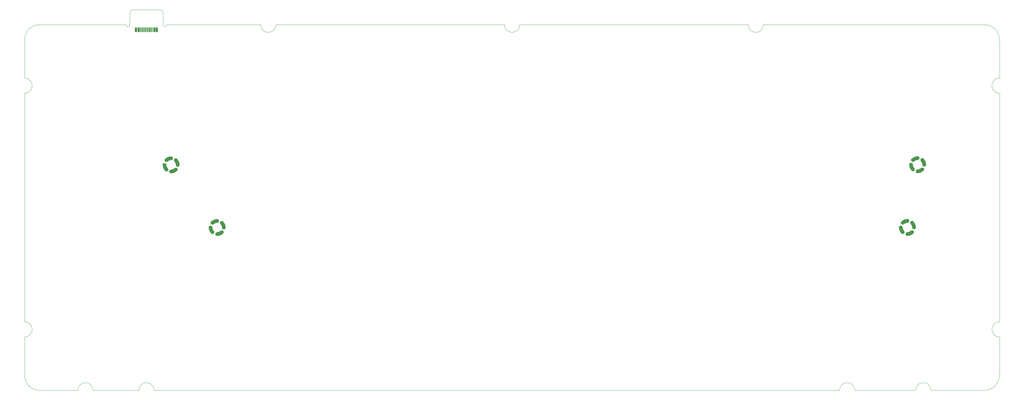
<source format=gbp>
%TF.GenerationSoftware,KiCad,Pcbnew,(6.0.2-0)*%
%TF.CreationDate,2022-04-22T07:40:38+07:00*%
%TF.ProjectId,kb-lone,6b622d6c-6f6e-4652-9e6b-696361645f70,rev?*%
%TF.SameCoordinates,Original*%
%TF.FileFunction,Paste,Bot*%
%TF.FilePolarity,Positive*%
%FSLAX46Y46*%
G04 Gerber Fmt 4.6, Leading zero omitted, Abs format (unit mm)*
G04 Created by KiCad (PCBNEW (6.0.2-0)) date 2022-04-22 07:40:38*
%MOMM*%
%LPD*%
G01*
G04 APERTURE LIST*
G04 Aperture macros list*
%AMRoundRect*
0 Rectangle with rounded corners*
0 $1 Rounding radius*
0 $2 $3 $4 $5 $6 $7 $8 $9 X,Y pos of 4 corners*
0 Add a 4 corners polygon primitive as box body*
4,1,4,$2,$3,$4,$5,$6,$7,$8,$9,$2,$3,0*
0 Add four circle primitives for the rounded corners*
1,1,$1+$1,$2,$3*
1,1,$1+$1,$4,$5*
1,1,$1+$1,$6,$7*
1,1,$1+$1,$8,$9*
0 Add four rect primitives between the rounded corners*
20,1,$1+$1,$2,$3,$4,$5,0*
20,1,$1+$1,$4,$5,$6,$7,0*
20,1,$1+$1,$6,$7,$8,$9,0*
20,1,$1+$1,$8,$9,$2,$3,0*%
G04 Aperture macros list end*
%TA.AperFunction,Profile*%
%ADD10C,0.100000*%
%TD*%
%ADD11C,1.150000*%
%ADD12RoundRect,0.150000X-0.150000X-0.575000X0.150000X-0.575000X0.150000X0.575000X-0.150000X0.575000X0*%
%ADD13RoundRect,0.075000X-0.075000X-0.650000X0.075000X-0.650000X0.075000X0.650000X-0.075000X0.650000X0*%
G04 APERTURE END LIST*
D10*
X311943750Y-169068750D02*
X330993750Y-169068750D01*
X92868750Y-169068750D02*
X307181250Y-169068750D01*
X126206250Y-54768750D02*
G75*
G03*
X130968750Y-54768750I2381250J0D01*
G01*
X95690000Y-54768842D02*
G75*
G03*
X96880626Y-54768796I595313J0D01*
G01*
X357187500Y-164306250D02*
X357187500Y-152400000D01*
X95692892Y-51087104D02*
X95690000Y-54768842D01*
X57150000Y-169068750D02*
X69056250Y-169068750D01*
X73818750Y-169068750D02*
X88106250Y-169068750D01*
X357187500Y-71437500D02*
G75*
G03*
X357187500Y-76200000I0J-2381250D01*
G01*
X335756250Y-169068750D02*
G75*
G03*
X330993750Y-169068750I-2381250J0D01*
G01*
X52387500Y-59531250D02*
X52387500Y-71437500D01*
X52387500Y-164306250D02*
G75*
G03*
X57150000Y-169068750I4762500J0D01*
G01*
X126206250Y-54768750D02*
X96880626Y-54768796D01*
X352425000Y-54768750D02*
X283368750Y-54768750D01*
X357187500Y-147637500D02*
X357187500Y-76200000D01*
X86287104Y-50087108D02*
X94692896Y-50087108D01*
X85287108Y-51087104D02*
X85287108Y-54768750D01*
X57150000Y-54768750D02*
G75*
G03*
X52387500Y-59531250I0J-4762500D01*
G01*
X202406250Y-54768750D02*
G75*
G03*
X207168750Y-54768750I2381250J0D01*
G01*
X278606250Y-54768750D02*
G75*
G03*
X283368750Y-54768750I2381250J0D01*
G01*
X352425000Y-169068750D02*
G75*
G03*
X357187500Y-164306250I0J4762500D01*
G01*
X95692892Y-51087104D02*
G75*
G03*
X94692896Y-50087108I-999996J0D01*
G01*
X84096482Y-54768796D02*
G75*
G03*
X85287108Y-54768750I595313J0D01*
G01*
X311943750Y-169068750D02*
G75*
G03*
X307181250Y-169068750I-2381250J0D01*
G01*
X84096482Y-54768796D02*
X57150000Y-54768750D01*
X335756250Y-169068750D02*
X352425000Y-169068750D01*
X357187500Y-59531250D02*
G75*
G03*
X352425000Y-54768750I-4762500J0D01*
G01*
X278606250Y-54768750D02*
X207168750Y-54768750D01*
X357187500Y-71437500D02*
X357187500Y-59531250D01*
X357187500Y-147637500D02*
G75*
G03*
X357187500Y-152400000I0J-2381250D01*
G01*
X73818750Y-169068750D02*
G75*
G03*
X69056250Y-169068750I-2381250J0D01*
G01*
X86287104Y-50087108D02*
G75*
G03*
X85287108Y-51087104I0J-999996D01*
G01*
X52387500Y-76200000D02*
X52387500Y-147637500D01*
X52387500Y-152400000D02*
G75*
G03*
X52387500Y-147637500I0J2381250D01*
G01*
X52387500Y-76200000D02*
G75*
G03*
X52387500Y-71437500I0J2381250D01*
G01*
X52387500Y-152400000D02*
X52387500Y-164306250D01*
X92868750Y-169068750D02*
G75*
G03*
X88106250Y-169068750I-2381250J0D01*
G01*
X202406250Y-54768750D02*
X130968750Y-54768750D01*
D11*
%TO.C,H2*%
X331580000Y-96465000D02*
G75*
G03*
X330112753Y-97072753I1J-2075005D01*
G01*
X333655000Y-98540000D02*
G75*
G03*
X333047247Y-97072753I-2075005J-1D01*
G01*
X331580000Y-100615000D02*
G75*
G03*
X333047247Y-100007247I-1J2075005D01*
G01*
X329505000Y-98540000D02*
G75*
G03*
X330112753Y-100007247I2075005J1D01*
G01*
%TO.C,H5*%
X114685000Y-118170000D02*
G75*
G03*
X114077247Y-116702753I-2075005J-1D01*
G01*
X112610000Y-116095000D02*
G75*
G03*
X111142753Y-116702753I1J-2075005D01*
G01*
X110535000Y-118170000D02*
G75*
G03*
X111142753Y-119637247I2075005J1D01*
G01*
X112610000Y-120245000D02*
G75*
G03*
X114077247Y-119637247I-1J2075005D01*
G01*
%TO.C,H4*%
X96125000Y-98590000D02*
G75*
G03*
X96732753Y-100057247I2075005J1D01*
G01*
X98200000Y-96515000D02*
G75*
G03*
X96732753Y-97122753I1J-2075005D01*
G01*
X98200000Y-100665000D02*
G75*
G03*
X99667247Y-100057247I-1J2075005D01*
G01*
X100275000Y-98590000D02*
G75*
G03*
X99667247Y-97122753I-2075005J-1D01*
G01*
%TO.C,H3*%
X330465000Y-118150000D02*
G75*
G03*
X329857247Y-116682753I-2075005J-1D01*
G01*
X328390000Y-120225000D02*
G75*
G03*
X329857247Y-119617247I-1J2075005D01*
G01*
X328390000Y-116075000D02*
G75*
G03*
X326922753Y-116682753I1J-2075005D01*
G01*
X326315000Y-118150000D02*
G75*
G03*
X326922753Y-119617247I2075005J1D01*
G01*
%TD*%
D12*
%TO.C,J1*%
X87240000Y-56337500D03*
X88040000Y-56337500D03*
D13*
X89240000Y-56337500D03*
X90236000Y-56337500D03*
X90740000Y-56337500D03*
X91740000Y-56337500D03*
D12*
X93740000Y-56337500D03*
X92940000Y-56337500D03*
D13*
X92240000Y-56337500D03*
X91240000Y-56337500D03*
X89740000Y-56337500D03*
X88740000Y-56337500D03*
%TD*%
M02*

</source>
